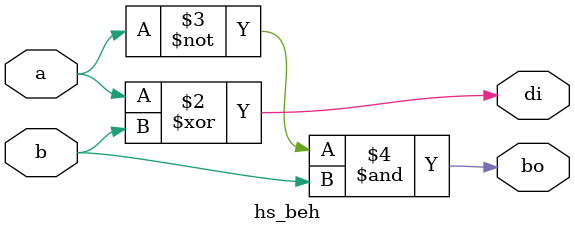
<source format=v>
`timescale 1ns / 1ps


module hs_beh(
    input a,b,
    output reg bo,di
    );
   always @(*)
   begin
   di=a^b; 
   bo=(~a)&b;
   end
endmodule

</source>
